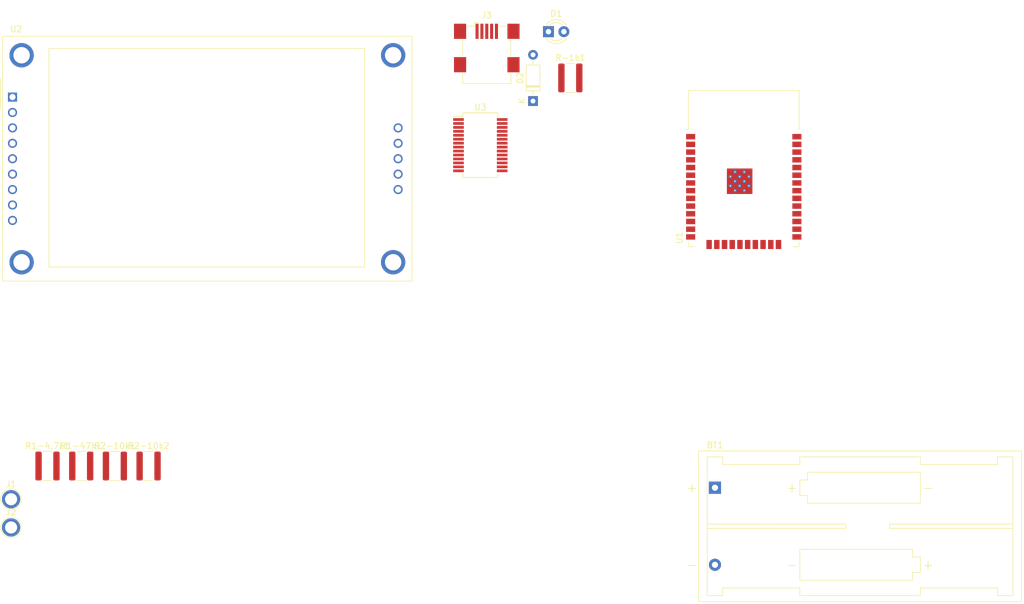
<source format=kicad_pcb>
(kicad_pcb (version 20221018) (generator pcbnew)
  (layers (0 "F.Cu" signal) (31 "B.Cu" signal) (34 "B.Paste" user) (35 "F.Paste" user) (36 "B.SilkS" user "B.Silkscreen") (37 "F.SilkS" user "F.Silkscreen") (38 "B.Mask" user) (39 "F.Mask" user) (44 "Edge.Cuts" user))
  (net 0 "")
  (net 1 "Net-(BT1-+)")
  (net 2 "Net-(BT1--)")
  (net 3 "Net-(J1-Pin_1)")
  (net 4 "Net-(J2-Pin_1)")
  (net 5 "Net-(R1-4.7k1-Pad1)")
  (net 6 "Net-(U1-IO34)")
  (net 7 "Net-(D1-K)")
  (net 8 "Net-(D1-A)")
  (net 10 "Net-(U1-IO32)")
  (net 14 "Net-(U1-IO2)")
  (net 26 "Net-(J3-D-)")
  (net 28 "Net-(J3-D+)")
  (net 29 "Net-(U1-IO15)")
  (net 38 "Net-(U1-IO17)")
  (net 46 "Net-(U1-IO18)")
  (net 48 "Net-(U1-IO16)")
  (net 69 "Net-(J3-VBUS)")
  (net 70 "Net-(U1-IO23)")
  (footprint "TestPoint:TestPoint_Plated_Hole_D2.0mm" (layer "F.Cu") (at 89.28 110.04)
    (fp_text reference "J1" (at 0 -2.498) (layer "F.SilkS"))
    (fp_text value "V+")
    (fp_circle (center 0 0) (end 0 -1.7) (stroke (width 0.12)) (fill none) (layer "F.SilkS"))
    (pad "1" thru_hole circle (at 0 0) (size 3 3) (drill 2) (layers "*.Cu" "*.Mask") (net 3 "Net-(J1-Pin_1)"))
  )
  (footprint "Battery:BatteryHolder_Keystone_2468_2xAAA" (layer "F.Cu") (at 205.23 108.14)
    (fp_text reference "BT1" (at 0 -7) (layer "F.SilkS"))
    (fp_text value "Battery")
    (fp_text user "+" (at -3.81 0) (layer "F.SilkS") (effects (font (size 1.5 1.5))))
    (fp_text user "-" (at -3.81 12.7) (layer "F.SilkS") (effects (font (size 1.5 1.5))))
    (fp_text user "-" (at 35.1 0) (layer "F.SilkS") (effects (font (size 1.5 1.5))))
    (fp_text user "+" (at 12.7 0) (layer "F.SilkS") (effects (font (size 1.5 1.5))))
    (fp_text user "+" (at 35.1 12.7) (layer "F.SilkS") (effects (font (size 1.5 1.5))))
    (fp_text user "-" (at 12.7 12.7) (layer "F.SilkS") (effects (font (size 1.5 1.5))))
    (fp_line (start -2.7 -6.05) (end -2.7 18.75) (stroke (width 0.12)) (layer "F.SilkS"))
    (fp_line (start -2.7 18.755) (end 50.5 18.755) (stroke (width 0.12)) (layer "F.SilkS"))
    (fp_line (start -1.27 -5.08) (end -1.27 17.78) (stroke (width 0.12)) (layer "F.SilkS"))
    (fp_line (start -1.27 6) (end 21.59 6) (stroke (width 0.12)) (layer "F.SilkS"))
    (fp_line (start -1.27 17.78) (end 1.27 17.78) (stroke (width 0.12)) (layer "F.SilkS"))
    (fp_line (start 1.27 -5.08) (end -1.27 -5.08) (stroke (width 0.12)) (layer "F.SilkS"))
    (fp_line (start 1.27 -3.81) (end 1.27 -5.08) (stroke (width 0.12)) (layer "F.SilkS"))
    (fp_line (start 1.27 -3.81) (end 13.97 -3.81) (stroke (width 0.12)) (layer "F.SilkS"))
    (fp_line (start 1.27 16.51) (end 13.97 16.51) (stroke (width 0.12)) (layer "F.SilkS"))
    (fp_line (start 1.27 17.78) (end 1.27 16.51) (stroke (width 0.12)) (layer "F.SilkS"))
    (fp_line (start 13.97 -5.08) (end 13.97 -3.81) (stroke (width 0.12)) (layer "F.SilkS"))
    (fp_line (start 13.97 -1.27) (end 15.24 -1.27) (stroke (width 0.12)) (layer "F.SilkS"))
    (fp_line (start 13.97 1.27) (end 13.97 -1.27) (stroke (width 0.12)) (layer "F.SilkS"))
    (fp_line (start 13.97 10.16) (end 32.56 10.16) (stroke (width 0.12)) (layer "F.SilkS"))
    (fp_line (start 13.97 15.24) (end 13.97 10.16) (stroke (width 0.12)) (layer "F.SilkS"))
    (fp_line (start 13.97 16.51) (end 13.97 17.78) (stroke (width 0.12)) (layer "F.SilkS"))
    (fp_line (start 13.97 17.78) (end 33.83 17.78) (stroke (width 0.12)) (layer "F.SilkS"))
    (fp_line (start 15.24 -2.54) (end 33.83 -2.54) (stroke (width 0.12)) (layer "F.SilkS"))
    (fp_line (start 15.24 -1.27) (end 15.24 -2.54) (stroke (width 0.12)) (layer "F.SilkS"))
    (fp_line (start 15.24 1.27) (end 13.97 1.27) (stroke (width 0.12)) (layer "F.SilkS"))
    (fp_line (start 15.24 2.54) (end 15.24 1.27) (stroke (width 0.12)) (layer "F.SilkS"))
    (fp_line (start 21.59 6) (end 21.59 6.7) (stroke (width 0.12)) (layer "F.SilkS"))
    (fp_line (start 21.59 6.7) (end -1.27 6.7) (stroke (width 0.12)) (layer "F.SilkS"))
    (fp_line (start 28.75 6) (end 28.75 6.7) (stroke (width 0.12)) (layer "F.SilkS"))
    (fp_line (start 28.75 6.7) (end 49.07 6.7) (stroke (width 0.12)) (layer "F.SilkS"))
    (fp_line (start 32.56 10.16) (end 32.56 11.43) (stroke (width 0.12)) (layer "F.SilkS"))
    (fp_line (start 32.56 11.43) (end 33.83 11.43) (stroke (width 0.12)) (layer "F.SilkS"))
    (fp_line (start 32.56 13.97) (end 32.56 15.24) (stroke (width 0.12)) (layer "F.SilkS"))
    (fp_line (start 32.56 15.24) (end 13.97 15.24) (stroke (width 0.12)) (layer "F.SilkS"))
    (fp_line (start 33.83 -5.08) (end 13.97 -5.08) (stroke (width 0.12)) (layer "F.SilkS"))
    (fp_line (start 33.83 -3.81) (end 33.83 -5.08) (stroke (width 0.12)) (layer "F.SilkS"))
    (fp_line (start 33.83 -2.54) (end 33.83 2.54) (stroke (width 0.12)) (layer "F.SilkS"))
    (fp_line (start 33.83 2.54) (end 15.24 2.54) (stroke (width 0.12)) (layer "F.SilkS"))
    (fp_line (start 33.83 11.43) (end 33.83 13.97) (stroke (width 0.12)) (layer "F.SilkS"))
    (fp_line (start 33.83 13.97) (end 32.56 13.97) (stroke (width 0.12)) (layer "F.SilkS"))
    (fp_line (start 33.83 17.78) (end 33.83 16.51) (stroke (width 0.12)) (layer "F.SilkS"))
    (fp_line (start 46.53 -5.08) (end 46.53 -3.81) (stroke (width 0.12)) (layer "F.SilkS"))
    (fp_line (start 46.53 -3.81) (end 33.83 -3.81) (stroke (width 0.12)) (layer "F.SilkS"))
    (fp_line (start 46.53 16.51) (end 33.83 16.51) (stroke (width 0.12)) (layer "F.SilkS"))
    (fp_line (start 46.53 17.78) (end 46.53 16.51) (stroke (width 0.12)) (layer "F.SilkS"))
    (fp_line (start 49.07 -5.08) (end 46.53 -5.08) (stroke (width 0.12)) (layer "F.SilkS"))
    (fp_line (start 49.07 -5.08) (end 49.07 17.78) (stroke (width 0.12)) (layer "F.SilkS"))
    (fp_line (start 49.07 6) (end 28.75 6) (stroke (width 0.12)) (layer "F.SilkS"))
    (fp_line (start 49.07 17.78) (end 46.53 17.78) (stroke (width 0.12)) (layer "F.SilkS"))
    (fp_line (start 50.5 -6.055) (end -2.7 -6.055) (stroke (width 0.12)) (layer "F.SilkS"))
    (fp_line (start 50.5 18.75) (end 50.5 -6.05) (stroke (width 0.12)) (layer "F.SilkS"))
    (pad "" np_thru_hole circle (at 8.64 4) (size 3.45 3.45) (drill 3.45) (layers "*.Cu"))
    (pad "" np_thru_hole circle (at 38.61 8.7) (size 3.45 3.45) (drill 3.45) (layers "*.Cu" "*.Mask"))
    (pad "1" thru_hole rect (at 0 0) (size 2 2) (drill 1.02) (layers "*.Cu" "*.Mask") (net 1 "Net-(BT1-+)"))
    (pad "2" thru_hole circle (at 0 12.7) (size 2 2) (drill 1.02) (layers "*.Cu" "*.Mask") (net 2 "Net-(BT1--)"))
  )
  (footprint "Display:CR2013-MI2120" (layer "F.Cu") (at 89.515 43.79)
    (fp_text reference "U2" (at 0.59 -11.18) (layer "F.SilkS"))
    (fp_text value "CR2013-MI2120")
    (fp_line (start -2 -3) (end -2 2) (stroke (width 0.12)) (layer "F.SilkS"))
    (fp_line (start -1.62 -10.01) (end 65.82 -10.01) (stroke (width 0.12)) (layer "F.SilkS"))
    (fp_line (start -1.62 30.33) (end -1.62 -10.01) (stroke (width 0.12)) (layer "F.SilkS"))
    (fp_line (start 6 -8) (end 58 -8) (stroke (width 0.12)) (layer "F.SilkS"))
    (fp_line (start 6 28) (end 6 -8) (stroke (width 0.12)) (layer "F.SilkS"))
    (fp_line (start 58 -8) (end 58 28) (stroke (width 0.12)) (layer "F.SilkS"))
    (fp_line (start 58 28) (end 6 28) (stroke (width 0.12)) (layer "F.SilkS"))
    (fp_line (start 65.82 -10.01) (end 65.82 30.33) (stroke (width 0.12)) (layer "F.SilkS"))
    (fp_line (start 65.82 30.33) (end -1.62 30.33) (stroke (width 0.12)) (layer "F.SilkS"))
    (pad "" thru_hole circle (at 1.5 -6.89) (size 4 4) (drill 2.7) (layers "*.Cu" "*.Mask"))
    (pad "" thru_hole circle (at 1.5 27.21) (size 4 4) (drill 2.7) (layers "*.Cu" "*.Mask"))
    (pad "" thru_hole circle (at 62.7 -6.89) (size 4 4) (drill 2.7) (layers "*.Cu" "*.Mask"))
    (pad "" thru_hole circle (at 62.7 27.21) (size 4 4) (drill 2.7) (layers "*.Cu" "*.Mask"))
    (pad "1" thru_hole rect (at 0 0) (size 1.5 1.5) (drill 1) (layers "*.Cu" "*.Mask") (net 1 "Net-(BT1-+)"))
    (pad "2" thru_hole circle (at 0 2.54) (size 1.5 1.5) (drill 1) (layers "*.Cu" "*.Mask") (net 4 "Net-(J2-Pin_1)"))
    (pad "3" thru_hole circle (at 0 5.08) (size 1.5 1.5) (drill 1) (layers "*.Cu" "*.Mask") (net 29 "Net-(U1-IO15)"))
    (pad "4" thru_hole circle (at 0 7.62) (size 1.5 1.5) (drill 1) (layers "*.Cu" "*.Mask") (net 4 "Net-(J2-Pin_1)"))
    (pad "5" thru_hole circle (at 0 10.16) (size 1.5 1.5) (drill 1) (layers "*.Cu" "*.Mask") (net 14 "Net-(U1-IO2)"))
    (pad "6" thru_hole circle (at 0 12.7) (size 1.5 1.5) (drill 1) (layers "*.Cu" "*.Mask") (net 70 "Net-(U1-IO23)"))
    (pad "7" thru_hole circle (at 0 15.24) (size 1.5 1.5) (drill 1) (layers "*.Cu" "*.Mask") (net 46 "Net-(U1-IO18)"))
    (pad "8" thru_hole circle (at 0 17.78) (size 1.5 1.5) (drill 1) (layers "*.Cu" "*.Mask") (net 10 "Net-(U1-IO32)"))
    (pad "9" thru_hole circle (at 0 20.32) (size 1.5 1.5) (drill 1) (layers "*.Cu" "*.Mask"))
    (pad "10" thru_hole circle (at 63.52 5.08) (size 1.5 1.5) (drill 1) (layers "*.Cu" "*.Mask"))
    (pad "11" thru_hole circle (at 63.52 7.62) (size 1.5 1.5) (drill 1) (layers "*.Cu" "*.Mask"))
    (pad "12" thru_hole circle (at 63.52 10.16) (size 1.5 1.5) (drill 1) (layers "*.Cu" "*.Mask"))
    (pad "13" thru_hole circle (at 63.52 12.7) (size 1.5 1.5) (drill 1) (layers "*.Cu" "*.Mask"))
    (pad "14" thru_hole circle (at 63.52 15.24) (size 1.5 1.5) (drill 1) (layers "*.Cu" "*.Mask"))
  )
  (footprint "LED_THT:LED_D3.0mm" (layer "F.Cu") (at 177.8 33.02)
    (fp_text reference "D1" (at 1.27 -2.96) (layer "F.SilkS"))
    (fp_text value "LED")
    (fp_line (start -0.29 -1.236) (end -0.29 -1.08) (stroke (width 0.12)) (layer "F.SilkS"))
    (fp_line (start -0.29 1.08) (end -0.29 1.236) (stroke (width 0.12)) (layer "F.SilkS"))
    (fp_arc (start -0.29 -1.235516) (mid 1.366487 -1.987659) (end 2.942335 -1.078608) (stroke (width 0.12)) (layer "F.SilkS"))
    (fp_arc (start 0.229039 -1.08) (mid 1.270117 -1.5) (end 2.31113 -1.079837) (stroke (width 0.12)) (layer "F.SilkS"))
    (fp_arc (start 2.31113 1.079837) (mid 1.270117 1.5) (end 0.229039 1.08) (stroke (width 0.12)) (layer "F.SilkS"))
    (fp_arc (start 2.942335 1.078608) (mid 1.366487 1.987659) (end -0.29 1.235516) (stroke (width 0.12)) (layer "F.SilkS"))
    (pad "1" thru_hole rect (at 0 0) (size 1.8 1.8) (drill 0.9) (layers "*.Cu" "*.Mask") (net 7 "Net-(D1-K)"))
    (pad "2" thru_hole circle (at 2.54 0) (size 1.8 1.8) (drill 0.9) (layers "*.Cu" "*.Mask") (net 8 "Net-(D1-A)"))
  )
  (footprint "Package_SO:SSOP-28_5.3x10.2mm_P0.65mm" (layer "F.Cu") (at 166.58 51.715)
    (fp_text reference "U3" (at 0 -6.25) (layer "F.SilkS"))
    (fp_text value "FT232RL")
    (fp_line (start -2.875 -5.325) (end -2.875 -4.75) (stroke (width 0.15)) (layer "F.SilkS"))
    (fp_line (start -2.875 -5.325) (end 2.875 -5.325) (stroke (width 0.15)) (layer "F.SilkS"))
    (fp_line (start -2.875 -4.75) (end -4.475 -4.75) (stroke (width 0.15)) (layer "F.SilkS"))
    (fp_line (start -2.875 5.325) (end -2.875 4.675) (stroke (width 0.15)) (layer "F.SilkS"))
    (fp_line (start -2.875 5.325) (end 2.875 5.325) (stroke (width 0.15)) (layer "F.SilkS"))
    (fp_line (start 2.875 -5.325) (end 2.875 -4.675) (stroke (width 0.15)) (layer "F.SilkS"))
    (fp_line (start 2.875 5.325) (end 2.875 4.675) (stroke (width 0.15)) (layer "F.SilkS"))
    (pad "1" smd rect (at -3.6 -4.225) (size 1.75 0.45) (layers "F.Cu" "F.Paste" "F.Mask") (net 48 "Net-(U1-IO16)"))
    (pad "2" smd rect (at -3.6 -3.575) (size 1.75 0.45) (layers "F.Cu" "F.Paste" "F.Mask"))
    (pad "3" smd rect (at -3.6 -2.925) (size 1.75 0.45) (layers "F.Cu" "F.Paste" "F.Mask"))
    (pad "4" smd rect (at -3.6 -2.275) (size 1.75 0.45) (layers "F.Cu" "F.Paste" "F.Mask"))
    (pad "5" smd rect (at -3.6 -1.625) (size 1.75 0.45) (layers "F.Cu" "F.Paste" "F.Mask") (net 38 "Net-(U1-IO17)"))
    (pad "6" smd rect (at -3.6 -0.975) (size 1.75 0.45) (layers "F.Cu" "F.Paste" "F.Mask"))
    (pad "7" smd rect (at -3.6 -0.325) (size 1.75 0.45) (layers "F.Cu" "F.Paste" "F.Mask") (net 2 "Net-(BT1--)"))
    (pad "8" smd rect (at -3.6 0.325) (size 1.75 0.45) (layers "F.Cu" "F.Paste" "F.Mask"))
    (pad "9" smd rect (at -3.6 0.975) (size 1.75 0.45) (layers "F.Cu" "F.Paste" "F.Mask"))
    (pad "10" smd rect (at -3.6 1.625) (size 1.75 0.45) (layers "F.Cu" "F.Paste" "F.Mask"))
    (pad "11" smd rect (at -3.6 2.275) (size 1.75 0.45) (layers "F.Cu" "F.Paste" "F.Mask"))
    (pad "12" smd rect (at -3.6 2.925) (size 1.75 0.45) (layers "F.Cu" "F.Paste" "F.Mask"))
    (pad "13" smd rect (at -3.6 3.575) (size 1.75 0.45) (layers "F.Cu" "F.Paste" "F.Mask"))
    (pad "14" smd rect (at -3.6 4.225) (size 1.75 0.45) (layers "F.Cu" "F.Paste" "F.Mask"))
    (pad "15" smd rect (at 3.6 4.225) (size 1.75 0.45) (layers "F.Cu" "F.Paste" "F.Mask") (net 28 "Net-(J3-D+)"))
    (pad "16" smd rect (at 3.6 3.575) (size 1.75 0.45) (layers "F.Cu" "F.Paste" "F.Mask") (net 26 "Net-(J3-D-)"))
    (pad "17" smd rect (at 3.6 2.925) (size 1.75 0.45) (layers "F.Cu" "F.Paste" "F.Mask"))
    (pad "18" smd rect (at 3.6 2.275) (size 1.75 0.45) (layers "F.Cu" "F.Paste" "F.Mask"))
    (pad "19" smd rect (at 3.6 1.625) (size 1.75 0.45) (layers "F.Cu" "F.Paste" "F.Mask"))
    (pad "20" smd rect (at 3.6 0.975) (size 1.75 0.45) (layers "F.Cu" "F.Paste" "F.Mask") (net 69 "Net-(J3-VBUS)"))
    (pad "21" smd rect (at 3.6 0.325) (size 1.75 0.45) (layers "F.Cu" "F.Paste" "F.Mask"))
    (pad "22" smd rect (at 3.6 -0.325) (size 1.75 0.45) (layers "F.Cu" "F.Paste" "F.Mask"))
    (pad "23" smd rect (at 3.6 -0.975) (size 1.75 0.45) (layers "F.Cu" "F.Paste" "F.Mask"))
    (pad "24" smd rect (at 3.6 -1.625) (size 1.75 0.45) (layers "F.Cu" "F.Paste" "F.Mask"))
    (pad "25" smd rect (at 3.6 -2.275) (size 1.75 0.45) (layers "F.Cu" "F.Paste" "F.Mask"))
    (pad "26" smd rect (at 3.6 -2.925) (size 1.75 0.45) (layers "F.Cu" "F.Paste" "F.Mask"))
    (pad "27" smd rect (at 3.6 -3.575) (size 1.75 0.45) (layers "F.Cu" "F.Paste" "F.Mask"))
    (pad "28" smd rect (at 3.6 -4.225) (size 1.75 0.45) (layers "F.Cu" "F.Paste" "F.Mask"))
  )
  (footprint "Resistor_SMD:R_1218_3246Metric" (layer "F.Cu") (at 95.28 104.57)
    (fp_text reference "R1-4.7k1" (at 0 -3.32) (layer "F.SilkS"))
    (fp_text value "R")
    (fp_line (start -0.777064 -2.41) (end 0.777064 -2.41) (stroke (width 0.12)) (layer "F.SilkS"))
    (fp_line (start -0.777064 2.41) (end 0.777064 2.41) (stroke (width 0.12)) (layer "F.SilkS"))
    (pad "1" smd roundrect (at -1.475 0) (size 1.05 4.75) (layers "F.Cu" "F.Paste" "F.Mask") (roundrect_rratio 0.238095) (net 5 "Net-(R1-4.7k1-Pad1)"))
    (pad "2" smd roundrect (at 1.475 0) (size 1.05 4.75) (layers "F.Cu" "F.Paste" "F.Mask") (roundrect_rratio 0.238095) (net 3 "Net-(J1-Pin_1)"))
  )
  (footprint "Resistor_SMD:R_1218_3246Metric" (layer "F.Cu") (at 106.38 104.57)
    (fp_text reference "R2-10k1" (at 0 -3.32) (layer "F.SilkS"))
    (fp_text value "R")
    (fp_line (start -0.777064 -2.41) (end 0.777064 -2.41) (stroke (width 0.12)) (layer "F.SilkS"))
    (fp_line (start -0.777064 2.41) (end 0.777064 2.41) (stroke (width 0.12)) (layer "F.SilkS"))
    (pad "1" smd roundrect (at -1.475 0) (size 1.05 4.75) (layers "F.Cu" "F.Paste" "F.Mask") (roundrect_rratio 0.238095) (net 4 "Net-(J2-Pin_1)"))
    (pad "2" smd roundrect (at 1.475 0) (size 1.05 4.75) (layers "F.Cu" "F.Paste" "F.Mask") (roundrect_rratio 0.238095) (net 6 "Net-(U1-IO34)"))
  )
  (footprint "Resistor_SMD:R_1218_3246Metric" (layer "F.Cu") (at 181.405 40.64)
    (fp_text reference "R-1k1" (at 0 -3.32) (layer "F.SilkS"))
    (fp_text value "R")
    (fp_line (start -0.777064 -2.41) (end 0.777064 -2.41) (stroke (width 0.12)) (layer "F.SilkS"))
    (fp_line (start -0.777064 2.41) (end 0.777064 2.41) (stroke (width 0.12)) (layer "F.SilkS"))
    (pad "1" smd roundrect (at -1.475 0) (size 1.05 4.75) (layers "F.Cu" "F.Paste" "F.Mask") (roundrect_rratio 0.238095) (net 1 "Net-(BT1-+)"))
    (pad "2" smd roundrect (at 1.475 0) (size 1.05 4.75) (layers "F.Cu" "F.Paste" "F.Mask") (roundrect_rratio 0.238095) (net 8 "Net-(D1-A)"))
  )
  (footprint "Resistor_SMD:R_1218_3246Metric" (layer "F.Cu") (at 100.83 104.57)
    (fp_text reference "R1-47k1" (at 0 -3.32) (layer "F.SilkS"))
    (fp_text value "R")
    (fp_line (start -0.777064 -2.41) (end 0.777064 -2.41) (stroke (width 0.12)) (layer "F.SilkS"))
    (fp_line (start -0.777064 2.41) (end 0.777064 2.41) (stroke (width 0.12)) (layer "F.SilkS"))
    (pad "1" smd roundrect (at -1.475 0) (size 1.05 4.75) (layers "F.Cu" "F.Paste" "F.Mask") (roundrect_rratio 0.238095) (net 6 "Net-(U1-IO34)"))
    (pad "2" smd roundrect (at 1.475 0) (size 1.05 4.75) (layers "F.Cu" "F.Paste" "F.Mask") (roundrect_rratio 0.238095) (net 5 "Net-(R1-4.7k1-Pad1)"))
  )
  (footprint "TestPoint:TestPoint_Plated_Hole_D2.0mm" (layer "F.Cu") (at 89.28 114.69)
    (fp_text reference "J2" (at 0 -2.498) (layer "F.SilkS"))
    (fp_text value "COM")
    (fp_circle (center 0 0) (end 0 -1.7) (stroke (width 0.12)) (fill none) (layer "F.SilkS"))
    (pad "1" thru_hole circle (at 0 0) (size 3 3) (drill 2) (layers "*.Cu" "*.Mask") (net 4 "Net-(J2-Pin_1)"))
  )
  (footprint "Connector_USB:USB_Mini-B_Wuerth_65100516121_Horizontal" (layer "F.Cu") (at 167.64 35.56)
    (fp_text reference "J3" (at 0 -5.25) (layer "F.SilkS"))
    (fp_text value "USB_B_Mini")
    (fp_line (start -3.96 1.45) (end -3.96 -1.15) (stroke (width 0.12)) (layer "F.SilkS"))
    (fp_line (start -3.96 4.35) (end -3.96 6.01) (stroke (width 0.12)) (layer "F.SilkS"))
    (fp_line (start -3.96 6.01) (end 3.96 6.01) (stroke (width 0.12)) (layer "F.SilkS"))
    (fp_line (start -3.2 -3.46) (end -2.05 -3.46) (stroke (width 0.12)) (layer "F.SilkS"))
    (fp_line (start -2.05 -4.05) (end -1.35 -4.05) (stroke (width 0.12)) (layer "F.SilkS"))
    (fp_line (start -2.05 -3.46) (end -2.05 -4.05) (stroke (width 0.12)) (layer "F.SilkS"))
    (fp_line (start 2.05 -3.46) (end 3.2 -3.46) (stroke (width 0.12)) (layer "F.SilkS"))
    (fp_line (start 3.96 -1.15) (end 3.96 1.45) (stroke (width 0.12)) (layer "F.SilkS"))
    (fp_line (start 3.96 6.01) (end 3.96 4.35) (stroke (width 0.12)) (layer "F.SilkS"))
    (pad "" np_thru_hole circle (at -2.2 0) (size 0.9 0.9) (drill 0.9) (layers "*.Cu" "*.Mask"))
    (pad "" np_thru_hole circle (at 2.2 0) (size 0.9 0.9) (drill 0.9) (layers "*.Cu" "*.Mask"))
    (pad "1" smd rect (at -1.6 -2.6) (size 0.5 2.5) (layers "F.Cu" "F.Paste" "F.Mask") (net 69 "Net-(J3-VBUS)"))
    (pad "2" smd rect (at -0.8 -2.6) (size 0.5 2.5) (layers "F.Cu" "F.Paste" "F.Mask") (net 26 "Net-(J3-D-)"))
    (pad "3" smd rect (at 0 -2.6) (size 0.5 2.5) (layers "F.Cu" "F.Paste" "F.Mask") (net 28 "Net-(J3-D+)"))
    (pad "4" smd rect (at 0.8 -2.6) (size 0.5 2.5) (layers "F.Cu" "F.Paste" "F.Mask"))
    (pad "5" smd rect (at 1.6 -2.6) (size 0.5 2.5) (layers "F.Cu" "F.Paste" "F.Mask") (net 2 "Net-(BT1--)"))
    (pad "6" smd rect (at -4.4 -2.6) (size 2 2.5) (layers "F.Cu" "F.Paste" "F.Mask"))
    (pad "6" smd rect (at -4.4 2.9) (size 2 2.5) (layers "F.Cu" "F.Paste" "F.Mask"))
    (pad "6" smd rect (at 4.4 -2.6) (size 2 2.5) (layers "F.Cu" "F.Paste" "F.Mask"))
    (pad "6" smd rect (at 4.4 2.9) (size 2 2.5) (layers "F.Cu" "F.Paste" "F.Mask"))
  )
  (footprint "Diode_THT:D_DO-35_SOD27_P7.62mm_Horizontal" (layer "F.Cu") (at 175.26 44.45 90)
    (fp_text reference "D2" (at 3.81 -2.12 90) (layer "F.SilkS"))
    (fp_text value "1N4148")
    (fp_text user "K" (at 0 -1.8 90) (layer "F.SilkS"))
    (fp_line (start 1.04 0) (end 1.69 0) (stroke (width 0.12)) (layer "F.SilkS"))
    (fp_line (start 1.69 -1.12) (end 1.69 1.12) (stroke (width 0.12)) (layer "F.SilkS"))
    (fp_line (start 1.69 1.12) (end 5.93 1.12) (stroke (width 0.12)) (layer "F.SilkS"))
    (fp_line (start 2.29 -1.12) (end 2.29 1.12) (stroke (width 0.12)) (layer "F.SilkS"))
    (fp_line (start 2.41 -1.12) (end 2.41 1.12) (stroke (width 0.12)) (layer "F.SilkS"))
    (fp_line (start 2.53 -1.12) (end 2.53 1.12) (stroke (width 0.12)) (layer "F.SilkS"))
    (fp_line (start 5.93 -1.12) (end 1.69 -1.12) (stroke (width 0.12)) (layer "F.SilkS"))
    (fp_line (start 5.93 1.12) (end 5.93 -1.12) (stroke (width 0.12)) (layer "F.SilkS"))
    (fp_line (start 6.58 0) (end 5.93 0) (stroke (width 0.12)) (layer "F.SilkS"))
    (pad "1" thru_hole rect (at 0 0 90) (size 1.6 1.6) (drill 0.8) (layers "*.Cu" "*.Mask") (net 2 "Net-(BT1--)"))
    (pad "2" thru_hole oval (at 7.62 0 90) (size 1.6 1.6) (drill 0.8) (layers "*.Cu" "*.Mask") (net 7 "Net-(D1-K)"))
  )
  (footprint "Resistor_SMD:R_1218_3246Metric" (layer "F.Cu") (at 111.93 104.57)
    (fp_text reference "R2-10k2" (at 0 -3.32) (layer "F.SilkS"))
    (fp_text value "R")
    (fp_line (start -0.777064 -2.41) (end 0.777064 -2.41) (stroke (width 0.12)) (layer "F.SilkS"))
    (fp_line (start -0.777064 2.41) (end 0.777064 2.41) (stroke (width 0.12)) (layer "F.SilkS"))
    (pad "1" smd roundrect (at -1.475 0) (size 1.05 4.75) (layers "F.Cu" "F.Paste" "F.Mask") (roundrect_rratio 0.238095) (net 2 "Net-(BT1--)"))
    (pad "2" smd roundrect (at 1.475 0) (size 1.05 4.75) (layers "F.Cu" "F.Paste" "F.Mask") (roundrect_rratio 0.238095) (net 4 "Net-(J2-Pin_1)"))
  )
  (footprint "RF_Module:ESP32-WROOM-32" (layer "F.Cu") (at 209.975 58.5675)
    (fp_text reference "U1" (at -10.61 8.43 90) (layer "F.SilkS"))
    (fp_text value "ESP32-WROOM-32")
    (fp_line (start -9.12 -15.86) (end -9.12 -9.445) (stroke (width 0.12)) (layer "F.SilkS"))
    (fp_line (start -9.12 -15.86) (end 9.12 -15.86) (stroke (width 0.12)) (layer "F.SilkS"))
    (fp_line (start -9.12 -9.445) (end -9.5 -9.445) (stroke (width 0.12)) (layer "F.SilkS"))
    (fp_line (start -9.12 9.1) (end -9.12 9.88) (stroke (width 0.12)) (layer "F.SilkS"))
    (fp_line (start -9.12 9.88) (end -8.12 9.88) (stroke (width 0.12)) (layer "F.SilkS"))
    (fp_line (start 9.12 -15.86) (end 9.12 -9.445) (stroke (width 0.12)) (layer "F.SilkS"))
    (fp_line (start 9.12 9.1) (end 9.12 9.88) (stroke (width 0.12)) (layer "F.SilkS"))
    (fp_line (start 9.12 9.88) (end 8.12 9.88) (stroke (width 0.12)) (layer "F.SilkS"))
    (pad "1" smd rect (at -8.75 -8.25) (size 1.5 0.9) (layers "F.Cu" "F.Paste" "F.Mask") (net 2 "Net-(BT1--)"))
    (pad "2" smd rect (at -8.75 -6.98) (size 1.5 0.9) (layers "F.Cu" "F.Paste" "F.Mask") (net 1 "Net-(BT1-+)"))
    (pad "3" smd rect (at -8.75 -5.71) (size 1.5 0.9) (layers "F.Cu" "F.Paste" "F.Mask"))
    (pad "4" smd rect (at -8.75 -4.44) (size 1.5 0.9) (layers "F.Cu" "F.Paste" "F.Mask"))
    (pad "5" smd rect (at -8.75 -3.17) (size 1.5 0.9) (layers "F.Cu" "F.Paste" "F.Mask"))
    (pad "6" smd rect (at -8.75 -1.9) (size 1.5 0.9) (layers "F.Cu" "F.Paste" "F.Mask") (net 6 "Net-(U1-IO34)"))
    (pad "7" smd rect (at -8.75 -0.63) (size 1.5 0.9) (layers "F.Cu" "F.Paste" "F.Mask"))
    (pad "8" smd rect (at -8.75 0.64) (size 1.5 0.9) (layers "F.Cu" "F.Paste" "F.Mask") (net 10 "Net-(U1-IO32)"))
    (pad "9" smd rect (at -8.75 1.91) (size 1.5 0.9) (layers "F.Cu" "F.Paste" "F.Mask"))
    (pad "10" smd rect (at -8.75 3.18) (size 1.5 0.9) (layers "F.Cu" "F.Paste" "F.Mask"))
    (pad "11" smd rect (at -8.75 4.45) (size 1.5 0.9) (layers "F.Cu" "F.Paste" "F.Mask"))
    (pad "12" smd rect (at -8.75 5.72) (size 1.5 0.9) (layers "F.Cu" "F.Paste" "F.Mask"))
    (pad "13" smd rect (at -8.75 6.99) (size 1.5 0.9) (layers "F.Cu" "F.Paste" "F.Mask"))
    (pad "14" smd rect (at -8.75 8.26) (size 1.5 0.9) (layers "F.Cu" "F.Paste" "F.Mask"))
    (pad "15" smd rect (at -5.71 9.51 90) (size 1.5 0.9) (layers "F.Cu" "F.Paste" "F.Mask") (net 2 "Net-(BT1--)"))
    (pad "16" smd rect (at -4.44 9.51 90) (size 1.5 0.9) (layers "F.Cu" "F.Paste" "F.Mask"))
    (pad "17" smd rect (at -3.17 9.51 90) (size 1.5 0.9) (layers "F.Cu" "F.Paste" "F.Mask"))
    (pad "18" smd rect (at -1.9 9.51 90) (size 1.5 0.9) (layers "F.Cu" "F.Paste" "F.Mask"))
    (pad "19" smd rect (at -0.63 9.51 90) (size 1.5 0.9) (layers "F.Cu" "F.Paste" "F.Mask"))
    (pad "20" smd rect (at 0.64 9.51 90) (size 1.5 0.9) (layers "F.Cu" "F.Paste" "F.Mask"))
    (pad "21" smd rect (at 1.91 9.51 90) (size 1.5 0.9) (layers "F.Cu" "F.Paste" "F.Mask"))
    (pad "22" smd rect (at 3.18 9.51 90) (size 1.5 0.9) (layers "F.Cu" "F.Paste" "F.Mask"))
    (pad "23" smd rect (at 4.45 9.51 90) (size 1.5 0.9) (layers "F.Cu" "F.Paste" "F.Mask") (net 29 "Net-(U1-IO15)"))
    (pad "24" smd rect (at 5.72 9.51 90) (size 1.5 0.9) (layers "F.Cu" "F.Paste" "F.Mask") (net 14 "Net-(U1-IO2)"))
    (pad "25" smd rect (at 8.75 8.26) (size 1.5 0.9) (layers "F.Cu" "F.Paste" "F.Mask"))
    (pad "26" smd rect (at 8.75 6.99) (size 1.5 0.9) (layers "F.Cu" "F.Paste" "F.Mask") (net 4 "Net-(J2-Pin_1)"))
    (pad "27" smd rect (at 8.75 5.72) (size 1.5 0.9) (layers "F.Cu" "F.Paste" "F.Mask") (net 48 "Net-(U1-IO16)"))
    (pad "28" smd rect (at 8.75 4.45) (size 1.5 0.9) (layers "F.Cu" "F.Paste" "F.Mask") (net 38 "Net-(U1-IO17)"))
    (pad "29" smd rect (at 8.75 3.18) (size 1.5 0.9) (layers "F.Cu" "F.Paste" "F.Mask"))
    (pad "30" smd rect (at 8.75 1.91) (size 1.5 0.9) (layers "F.Cu" "F.Paste" "F.Mask") (net 46 "Net-(U1-IO18)"))
    (pad "31" smd rect (at 8.75 0.64) (size 1.5 0.9) (layers "F.Cu" "F.Paste" "F.Mask"))
    (pad "32" smd rect (at 8.75 -0.63) (size 1.5 0.9) (layers "F.Cu" "F.Paste" "F.Mask"))
    (pad "33" smd rect (at 8.75 -1.9) (size 1.5 0.9) (layers "F.Cu" "F.Paste" "F.Mask"))
    (pad "34" smd rect (at 8.75 -3.17) (size 1.5 0.9) (layers "F.Cu" "F.Paste" "F.Mask"))
    (pad "35" smd rect (at 8.75 -4.44) (size 1.5 0.9) (layers "F.Cu" "F.Paste" "F.Mask"))
    (pad "36" smd rect (at 8.75 -5.71) (size 1.5 0.9) (layers "F.Cu" "F.Paste" "F.Mask") (net 2 "Net-(BT1--)"))
    (pad "37" smd rect (at 8.75 -6.98) (size 1.5 0.9) (layers "F.Cu" "F.Paste" "F.Mask") (net 70 "Net-(U1-IO23)"))
    (pad "38" smd rect (at 8.75 -8.25) (size 1.5 0.9) (layers "F.Cu" "F.Paste" "F.Mask") (net 2 "Net-(BT1--)"))
    (pad "39" smd rect (at -2.205 -2.435) (size 1.05 1.05) (layers "F.Cu" "F.Paste") (net 2 "Net-(BT1--)"))
    (pad "39" thru_hole circle (at -2.205 -1.6725) (size 0.6 0.6) (drill 0.2) (property pad_prop_heatsink) (layers "*.Cu" "F.Mask") (net 2 "Net-(BT1--)"))
    (pad "39" smd rect (at -2.205 -0.91) (size 1.05 1.05) (layers "F.Cu" "F.Paste") (net 2 "Net-(BT1--)"))
    (pad "39" thru_hole circle (at -2.205 -0.1475) (size 0.6 0.6) (drill 0.2) (property pad_prop_heatsink) (layers "*.Cu" "F.Mask") (net 2 "Net-(BT1--)"))
    (pad "39" smd rect (at -2.205 0.615) (size 1.05 1.05) (layers "F.Cu" "F.Paste") (net 2 "Net-(BT1--)"))
    (pad "39" thru_hole circle (at -1.4425 -2.435) (size 0.6 0.6) (drill 0.2) (property pad_prop_heatsink) (layers "*.Cu" "F.Mask") (net 2 "Net-(BT1--)"))
    (pad "39" thru_hole circle (at -1.4425 -0.91) (size 0.6 0.6) (drill 0.2) (property pad_prop_heatsink) (layers "*.Cu" "F.Mask") (net 2 "Net-(BT1--)"))
    (pad "39" thru_hole circle (at -1.4425 0.615) (size 0.6 0.6) (drill 0.2) (property pad_prop_heatsink) (layers "*.Cu" "F.Mask") (net 2 "Net-(BT1--)"))
    (pad "39" smd rect (at -0.68 -2.435) (size 1.05 1.05) (layers "F.Cu" "F.Paste") (net 2 "Net-(BT1--)"))
    (pad "39" thru_hole circle (at -0.68 -1.6725) (size 0.6 0.6) (drill 0.2) (property pad_prop_heatsink) (layers "*.Cu" "F.Mask") (net 2 "Net-(BT1--)"))
    (pad "39" smd rect (at -0.68 -0.91) (size 1.05 1.05) (layers "F.Cu" "F.Paste") (net 2 "Net-(BT1--)"))
    (pad "39" smd rect (at -0.68 -0.91) (size 4.2 4.2) (layers "F.Cu" "F.Mask") (net 2 "Net-(BT1--)"))
    (pad "39" thru_hole circle (at -0.68 -0.1475) (size 0.6 0.6) (drill 0.2) (property pad_prop_heatsink) (layers "*.Cu" "F.Mask") (net 2 "Net-(BT1--)"))
    (pad "39" smd rect (at -0.68 0.615) (size 1.05 1.05) (layers "F.Cu" "F.Paste") (net 2 "Net-(BT1--)"))
    (pad "39" thru_hole circle (at 0.0825 -2.435) (size 0.6 0.6) (drill 0.2) (property pad_prop_heatsink) (layers "*.Cu" "F.Mask") (net 2 "Net-(BT1--)"))
    (pad "39" thru_hole circle (at 0.0825 -0.91) (size 0.6 0.6) (drill 0.2) (property pad_prop_heatsink) (layers "*.Cu" "F.Mask") (net 2 "Net-(BT1--)"))
    (pad "39" thru_hole circle (at 0.0825 0.615) (size 0.6 0.6) (drill 0.2) (property pad_prop_heatsink) (layers "*.Cu" "F.Mask") (net 2 "Net-(BT1--)"))
    (pad "39" smd rect (at 0.845 -2.435) (size 1.05 1.05) (layers "F.Cu" "F.Paste") (net 2 "Net-(BT1--)"))
    (pad "39" thru_hole circle (at 0.845 -1.6725) (size 0.6 0.6) (drill 0.2) (property pad_prop_heatsink) (layers "*.Cu" "F.Mask") (net 2 "Net-(BT1--)"))
    (pad "39" smd rect (at 0.845 -0.91) (size 1.05 1.05) (layers "F.Cu" "F.Paste") (net 2 "Net-(BT1--)"))
    (pad "39" thru_hole circle (at 0.845 -0.1475) (size 0.6 0.6) (drill 0.2) (property pad_prop_heatsink) (layers "*.Cu" "F.Mask") (net 2 "Net-(BT1--)"))
    (pad "39" smd rect (at 0.845 0.615) (size 1.05 1.05) (layers "F.Cu" "F.Paste") (net 2 "Net-(BT1--)"))
  )
)
</source>
